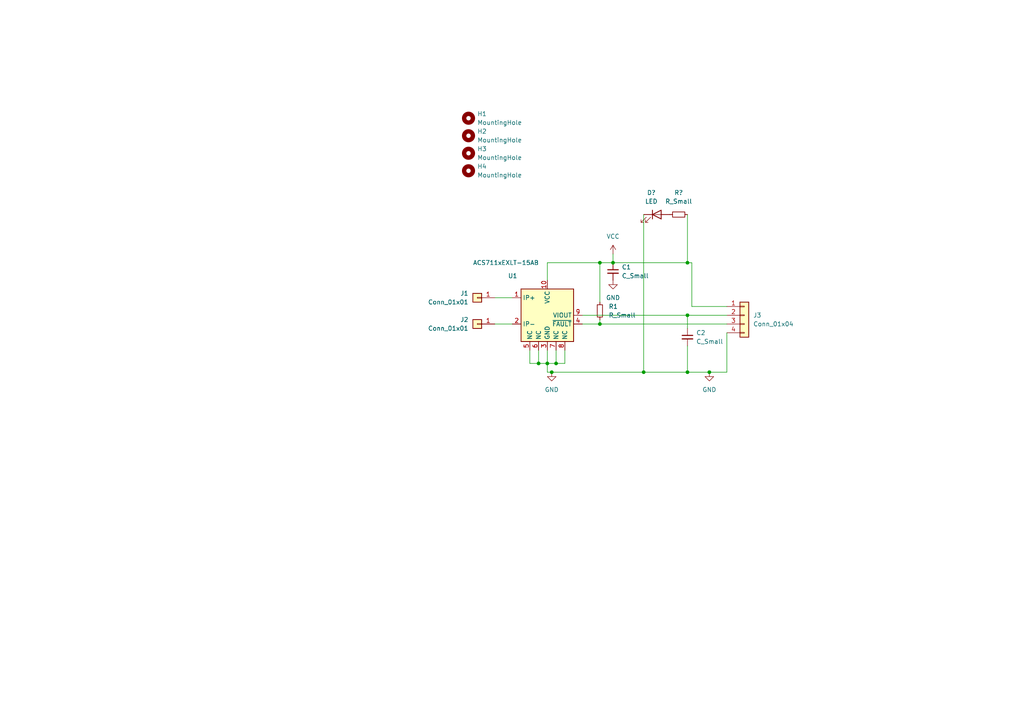
<source format=kicad_sch>
(kicad_sch (version 20211123) (generator eeschema)
  (paper "A4")
  (lib_symbols
    (symbol "Connector_Generic:Conn_01x01" (pin_names (offset 1.016) hide)
      (property "Reference" "J" (at 0 2.54 0))
      (property "Value" "Conn_01x01" (at 0 -2.54 0))
      (symbol "Conn_01x01_1_1"
        (rectangle (start -1.27 0.127) (end 0 -0.127) (stroke (width 0.1524)))
        (rectangle (start -1.27 1.27) (end 1.27 -1.27) (stroke (width 0.254)) (fill (type background)))
        (pin passive line (at -5.08 0 0) (length 3.81) (name "Pin_1") (number "1"))
      )
    )
    (symbol "Connector_Generic:Conn_01x04" (pin_names (offset 1.016) hide)
      (property "Reference" "J" (at 0 5.08 0))
      (property "Value" "Conn_01x04" (at 0 -7.62 0))
      (symbol "Conn_01x04_1_1"
        (rectangle (start -1.27 -4.953) (end 0 -5.207) (stroke (width 0.1524)))
        (rectangle (start -1.27 -2.413) (end 0 -2.667) (stroke (width 0.1524)))
        (rectangle (start -1.27 0.127) (end 0 -0.127) (stroke (width 0.1524)))
        (rectangle (start -1.27 2.667) (end 0 2.413) (stroke (width 0.1524)))
        (rectangle (start -1.27 3.81) (end 1.27 -6.35) (stroke (width 0.254)) (fill (type background)))
        (pin passive line (at -5.08 2.54 0) (length 3.81) (name "Pin_1") (number "1"))
        (pin passive line (at -5.08 0 0) (length 3.81) (name "Pin_2") (number "2"))
        (pin passive line (at -5.08 -2.54 0) (length 3.81) (name "Pin_3") (number "3"))
        (pin passive line (at -5.08 -5.08 0) (length 3.81) (name "Pin_4") (number "4"))
      )
    )
    (symbol "Device:C_Small" (pin_numbers hide) (pin_names (offset 0.254) hide)
      (property "Reference" "C" (at 0.254 1.778 0))
      (property "Value" "C_Small" (at 0.254 -2.032 0))
      (symbol "C_Small_0_1"
        (polyline (pts (xy -1.524 -0.508) (xy 1.524 -0.508)) (stroke (width 0.3302)))
        (polyline (pts (xy -1.524 0.508) (xy 1.524 0.508)) (stroke (width 0.3048)))
      )
      (symbol "C_Small_1_1"
        (pin passive line (at 0 2.54 270) (length 2.032) (name "~") (number "1"))
        (pin passive line (at 0 -2.54 90) (length 2.032) (name "~") (number "2"))
      )
    )
    (symbol "Device:LED" (pin_numbers hide) (pin_names (offset 1.016) hide)
      (property "Reference" "D" (at 0 2.54 0))
      (property "Value" "LED" (at 0 -2.54 0))
      (symbol "LED_0_1"
        (polyline (pts (xy -1.27 -1.27) (xy -1.27 1.27)) (stroke (width 0.254)))
        (polyline (pts (xy -1.27 0) (xy 1.27 0)))
        (polyline (pts (xy 1.27 -1.27) (xy 1.27 1.27) (xy -1.27 0) (xy 1.27 -1.27)) (stroke (width 0.254)))
        (polyline (pts (xy -3.048 -0.762) (xy -4.572 -2.286) (xy -3.81 -2.286) (xy -4.572 -2.286) (xy -4.572 -1.524)))
        (polyline (pts (xy -1.778 -0.762) (xy -3.302 -2.286) (xy -2.54 -2.286) (xy -3.302 -2.286) (xy -3.302 -1.524)))
      )
      (symbol "LED_1_1"
        (pin passive line (at -3.81 0 0) (length 2.54) (name "K") (number "1"))
        (pin passive line (at 3.81 0 180) (length 2.54) (name "A") (number "2"))
      )
    )
    (symbol "Device:R_Small" (pin_numbers hide) (pin_names (offset 0.254) hide)
      (property "Reference" "R" (at 0.762 0.508 0))
      (property "Value" "R_Small" (at 0.762 -1.016 0))
      (symbol "R_Small_0_1"
        (rectangle (start -0.762 1.778) (end 0.762 -1.778) (stroke (width 0.2032)))
      )
      (symbol "R_Small_1_1"
        (pin passive line (at 0 2.54 270) (length 0.762) (name "~") (number "1"))
        (pin passive line (at 0 -2.54 90) (length 0.762) (name "~") (number "2"))
      )
    )
    (symbol "Mechanical:MountingHole" (pin_names (offset 1.016))
      (property "Reference" "H" (at 0 5.08 0))
      (property "Value" "MountingHole" (at 0 3.175 0))
      (symbol "MountingHole_0_1"
        (circle (center 0 0) (radius 1.27) (stroke (width 1.27)))
      )
    )
    (symbol "Sensor_Current:ACS711xEXLT-15AB"
      (property "Reference" "U" (at 8.89 6.35 0))
      (property "Value" "ACS711xEXLT-15AB" (at 8.89 3.81 0))
      (symbol "ACS711xEXLT-15AB_0_1"
        (rectangle (start -7.62 7.62) (end 7.62 -7.62) (stroke (width 0.254)) (fill (type background)))
      )
      (symbol "ACS711xEXLT-15AB_1_1"
        (pin passive line (at -10.16 5.08 0) (length 2.54) (name "IP+") (number "1"))
        (pin power_in line (at 0 10.16 270) (length 2.54) (name "VCC") (number "10"))
        (pin passive line (at -10.16 -2.54 0) (length 2.54) (name "IP-") (number "2"))
        (pin power_in line (at 0 -10.16 90) (length 2.54) (name "GND") (number "3"))
        (pin output line (at 10.16 -2.54 180) (length 2.54) (name "~{FAULT}") (number "4"))
        (pin passive line (at -5.08 -10.16 90) (length 2.54) (name "NC") (number "5"))
        (pin passive line (at -2.54 -10.16 90) (length 2.54) (name "NC") (number "6"))
        (pin passive line (at 2.54 -10.16 90) (length 2.54) (name "NC") (number "7"))
        (pin passive line (at 5.08 -10.16 90) (length 2.54) (name "NC") (number "8"))
        (pin output line (at 10.16 0 180) (length 2.54) (name "VIOUT") (number "9"))
      )
    )
    (symbol "power:GND" (power) (pin_names (offset 0))
      (property "Value" "GND" (at 0 -3.81 0))
      (symbol "GND_0_1"
        (polyline (pts (xy 0 0) (xy 0 -1.27) (xy 1.27 -1.27) (xy 0 -2.54) (xy -1.27 -1.27) (xy 0 -1.27)))
      )
      (symbol "GND_1_1"
        (pin power_in line (at 0 0 270) (length 0) hide (name "GND") (number "1"))
      )
    )
    (symbol "power:VCC" (power) (pin_names (offset 0))
      (property "Value" "VCC" (at 0 3.81 0))
      (symbol "VCC_0_1"
        (polyline (pts (xy -0.762 1.27) (xy 0 2.54)))
        (polyline (pts (xy 0 0) (xy 0 2.54)))
        (polyline (pts (xy 0 2.54) (xy 0.762 1.27)))
      )
      (symbol "VCC_1_1"
        (pin power_in line (at 0 0 90) (length 0) hide (name "VCC") (number "1"))
      )
    )
  )
  (junction (at 205.74 107.95))
  (junction (at 158.75 105.41))
  (junction (at 199.39 76.2))
  (junction (at 160.02 107.95))
  (junction (at 161.29 105.41))
  (junction (at 173.99 93.98))
  (junction (at 173.99 76.2))
  (junction (at 156.21 105.41))
  (junction (at 177.8 76.2))
  (junction (at 199.39 91.44))
  (junction (at 199.39 107.95))
  (junction (at 186.69 107.95))
  (wire (pts (xy 153.67 105.41) (xy 153.67 101.6)))
  (wire (pts (xy 173.99 92.71) (xy 173.99 93.98)))
  (wire (pts (xy 200.66 88.9) (xy 200.66 76.2)))
  (wire (pts (xy 186.69 62.23) (xy 186.69 107.95)))
  (wire (pts (xy 163.83 101.6) (xy 163.83 105.41)))
  (wire (pts (xy 160.02 107.95) (xy 158.75 107.95)))
  (wire (pts (xy 163.83 105.41) (xy 161.29 105.41)))
  (wire (pts (xy 158.75 76.2) (xy 173.99 76.2)))
  (wire (pts (xy 158.75 105.41) (xy 158.75 101.6)))
  (wire (pts (xy 158.75 107.95) (xy 158.75 105.41)))
  (wire (pts (xy 168.91 91.44) (xy 199.39 91.44)))
  (wire (pts (xy 199.39 91.44) (xy 210.82 91.44)))
  (wire (pts (xy 199.39 100.33) (xy 199.39 107.95)))
  (wire (pts (xy 199.39 62.23) (xy 199.39 76.2)))
  (wire (pts (xy 158.75 81.28) (xy 158.75 76.2)))
  (wire (pts (xy 199.39 107.95) (xy 186.69 107.95)))
  (wire (pts (xy 200.66 76.2) (xy 199.39 76.2)))
  (wire (pts (xy 158.75 105.41) (xy 156.21 105.41)))
  (wire (pts (xy 168.91 93.98) (xy 173.99 93.98)))
  (wire (pts (xy 210.82 96.52) (xy 210.82 107.95)))
  (wire (pts (xy 173.99 76.2) (xy 173.99 87.63)))
  (wire (pts (xy 186.69 107.95) (xy 160.02 107.95)))
  (wire (pts (xy 199.39 91.44) (xy 199.39 95.25)))
  (wire (pts (xy 156.21 101.6) (xy 156.21 105.41)))
  (wire (pts (xy 156.21 105.41) (xy 153.67 105.41)))
  (wire (pts (xy 173.99 76.2) (xy 177.8 76.2)))
  (wire (pts (xy 210.82 107.95) (xy 205.74 107.95)))
  (wire (pts (xy 143.51 93.98) (xy 148.59 93.98)))
  (wire (pts (xy 199.39 76.2) (xy 177.8 76.2)))
  (wire (pts (xy 173.99 93.98) (xy 210.82 93.98)))
  (wire (pts (xy 210.82 88.9) (xy 200.66 88.9)))
  (wire (pts (xy 161.29 101.6) (xy 161.29 105.41)))
  (wire (pts (xy 143.51 86.36) (xy 148.59 86.36)))
  (wire (pts (xy 177.8 76.2) (xy 177.8 73.66)))
  (wire (pts (xy 161.29 105.41) (xy 158.75 105.41)))
  (wire (pts (xy 205.74 107.95) (xy 199.39 107.95)))
  (symbol (lib_id "power:GND") (at 177.8 81.28 0) (unit 1)
    (property "Reference" "#PWR0102" (effects hide))
    (property "Value" "GND" (at 177.8 86.36 0))
  )
  (symbol (lib_id "Connector_Generic:Conn_01x01") (at 138.43 86.36 0) (mirror y) (unit 1)
    (property "Reference" "J1" (at 135.89 85.0899 0) (effects (justify left)))
    (property "Value" "Conn_01x01" (at 135.89 87.6299 0) (effects (justify left)))
    (property "Footprint" "TestPoint:TestPoint_Pad_4.0x4.0mm" (effects hide))
  )
  (symbol (lib_id "Device:C_Small") (at 177.8 78.74 0) (unit 1)
    (property "Reference" "C1" (at 180.34 77.4762 0) (effects (justify left)))
    (property "Value" "C_Small" (at 180.34 80.0162 0) (effects (justify left)))
    (property "Footprint" "Capacitor_SMD:C_0805_2012Metric" (effects hide))
  )
  (symbol (lib_id "Mechanical:MountingHole") (at 135.89 44.45 0) (unit 1)
    (property "Reference" "H3" (at 138.43 43.1799 0) (effects (justify left)))
    (property "Value" "MountingHole" (at 138.43 45.7199 0) (effects (justify left)))
    (property "Footprint" "MountingHole:MountingHole_3.2mm_M3" (effects hide))
  )
  (symbol (lib_id "power:GND") (at 205.74 107.95 0) (unit 1)
    (property "Reference" "#PWR0104" (effects hide))
    (property "Value" "GND" (at 205.74 113.03 0))
  )
  (symbol (lib_id "Mechanical:MountingHole") (at 135.89 39.37 0) (unit 1)
    (property "Reference" "H2" (at 138.43 38.0999 0) (effects (justify left)))
    (property "Value" "MountingHole" (at 138.43 40.6399 0) (effects (justify left)))
    (property "Footprint" "MountingHole:MountingHole_3.2mm_M3" (effects hide))
  )
  (symbol (lib_id "Mechanical:MountingHole") (at 135.89 49.53 0) (unit 1)
    (property "Reference" "H4" (at 138.43 48.2599 0) (effects (justify left)))
    (property "Value" "MountingHole" (at 138.43 50.7999 0) (effects (justify left)))
    (property "Footprint" "MountingHole:MountingHole_3.2mm_M3" (effects hide))
  )
  (symbol (lib_id "Sensor_Current:ACS711xEXLT-15AB") (at 158.75 91.44 0) (unit 1)
    (property "Reference" "U1" (at 147.32 80.01 0) (effects (justify left)))
    (property "Value" "ACS711xEXLT-15AB" (at 137.16 76.2 0) (effects (justify left)))
    (property "Footprint" "Sensor_Current:Allegro_QFN-12-10-1EP_3x3mm_P0.5mm" (effects hide))
    (property "Datasheet" "http://www.allegromicro.com/~/Media/Files/Datasheets/ACS711-Datasheet.ashx" (effects hide))
  )
  (symbol (lib_id "Mechanical:MountingHole") (at 135.89 34.29 0) (unit 1)
    (property "Reference" "H1" (at 138.43 33.0199 0) (effects (justify left)))
    (property "Value" "MountingHole" (at 138.43 35.5599 0) (effects (justify left)))
    (property "Footprint" "MountingHole:MountingHole_3.2mm_M3" (effects hide))
  )
  (symbol (lib_id "Connector_Generic:Conn_01x04") (at 215.9 91.44 0) (unit 1)
    (property "Reference" "J3" (at 218.44 91.4399 0) (effects (justify left)))
    (property "Value" "Conn_01x04" (at 218.44 93.9799 0) (effects (justify left)))
    (property "Footprint" "Connector_PinHeader_2.54mm:PinHeader_1x04_P2.54mm_Horizontal" (effects hide))
  )
  (symbol (lib_id "power:GND") (at 160.02 107.95 0) (unit 1)
    (property "Reference" "#PWR0103" (effects hide))
    (property "Value" "GND" (at 160.02 113.03 0))
  )
  (symbol (lib_id "Device:LED") (at 190.5 62.23 0) (unit 1)
    (property "Reference" "D?" (at 188.9125 55.88 0))
    (property "Value" "LED" (at 188.9125 58.42 0))
    (property "Footprint" "LED_SMD:LED_PLCC-2" (effects hide))
  )
  (symbol (lib_id "Device:R_Small") (at 173.99 90.17 0) (unit 1)
    (property "Reference" "R1" (at 176.53 88.8999 0) (effects (justify left)))
    (property "Value" "R_Small" (at 176.53 91.4399 0) (effects (justify left)))
    (property "Footprint" "Resistor_SMD:R_0805_2012Metric" (effects hide))
  )
  (symbol (lib_id "Connector_Generic:Conn_01x01") (at 138.43 93.98 0) (mirror y) (unit 1)
    (property "Reference" "J2" (at 135.89 92.7099 0) (effects (justify left)))
    (property "Value" "Conn_01x01" (at 135.89 95.2499 0) (effects (justify left)))
    (property "Footprint" "TestPoint:TestPoint_Pad_4.0x4.0mm" (effects hide))
  )
  (symbol (lib_id "Device:C_Small") (at 199.39 97.79 0) (unit 1)
    (property "Reference" "C2" (at 201.93 96.5262 0) (effects (justify left)))
    (property "Value" "C_Small" (at 201.93 99.0662 0) (effects (justify left)))
    (property "Footprint" "Capacitor_SMD:C_0805_2012Metric" (effects hide))
  )
  (symbol (lib_id "Device:R_Small") (at 196.85 62.23 90) (unit 1)
    (property "Reference" "R?" (at 196.85 55.88 90))
    (property "Value" "R_Small" (at 196.85 58.42 90))
    (property "Footprint" "Resistor_SMD:R_0805_2012Metric" (effects hide))
  )
  (symbol (lib_id "power:VCC") (at 177.8 73.66 0) (unit 1)
    (property "Reference" "#PWR0101" (effects hide))
    (property "Value" "VCC" (at 177.8 68.58 0))
  )
)
</source>
